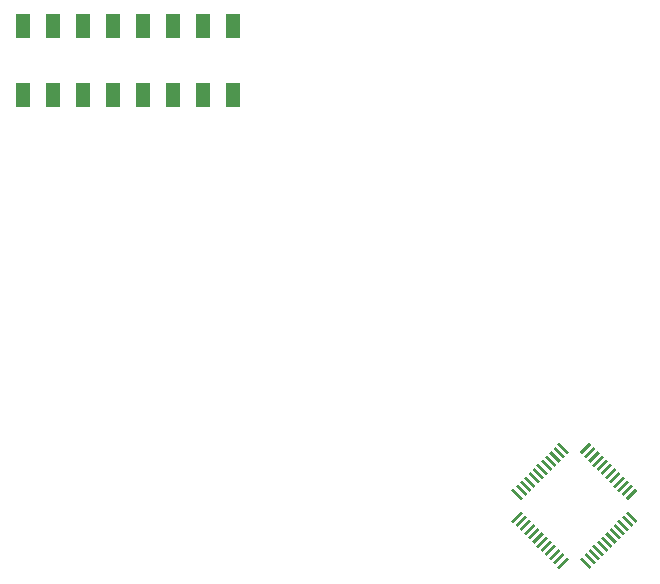
<source format=gtp>
G04 EAGLE Gerber X2 export*
%TF.Part,Single*%
%TF.FileFunction,Other,Top Paste*%
%TF.FilePolarity,Positive*%
%TF.GenerationSoftware,Autodesk,EAGLE,8.7.0*%
%TF.CreationDate,2018-03-10T10:37:46Z*%
G75*
%MOMM*%
%FSLAX34Y34*%
%LPD*%
%AMOC8*
5,1,8,0,0,1.08239X$1,22.5*%
G01*
%ADD10R,1.270000X2.032000*%
%ADD11R,1.150000X0.250000*%


D10*
X650748Y909832D03*
X650748Y968252D03*
X625348Y968252D03*
X625348Y909832D03*
X599948Y968252D03*
X599948Y909832D03*
X574548Y968252D03*
X574548Y909832D03*
X549148Y968252D03*
X549148Y909832D03*
X523748Y968252D03*
X523748Y909832D03*
X498348Y968252D03*
X498348Y909832D03*
X472948Y968252D03*
X472948Y909832D03*
D11*
G36*
X945966Y518367D02*
X954096Y510237D01*
X952328Y508469D01*
X944198Y516599D01*
X945966Y518367D01*
G37*
G36*
X949501Y521902D02*
X957631Y513772D01*
X955863Y512004D01*
X947733Y520134D01*
X949501Y521902D01*
G37*
G36*
X953037Y525438D02*
X961167Y517308D01*
X959399Y515540D01*
X951269Y523670D01*
X953037Y525438D01*
G37*
G36*
X956572Y528974D02*
X964702Y520844D01*
X962934Y519076D01*
X954804Y527206D01*
X956572Y528974D01*
G37*
G36*
X960108Y532509D02*
X968238Y524379D01*
X966470Y522611D01*
X958340Y530741D01*
X960108Y532509D01*
G37*
G36*
X963644Y536045D02*
X971774Y527915D01*
X970006Y526147D01*
X961876Y534277D01*
X963644Y536045D01*
G37*
G36*
X967179Y539580D02*
X975309Y531450D01*
X973541Y529682D01*
X965411Y537812D01*
X967179Y539580D01*
G37*
G36*
X970715Y543116D02*
X978845Y534986D01*
X977077Y533218D01*
X968947Y541348D01*
X970715Y543116D01*
G37*
G36*
X974250Y546651D02*
X982380Y538521D01*
X980612Y536753D01*
X972482Y544883D01*
X974250Y546651D01*
G37*
G36*
X977786Y550187D02*
X985916Y542057D01*
X984148Y540289D01*
X976018Y548419D01*
X977786Y550187D01*
G37*
G36*
X981321Y553722D02*
X989451Y545592D01*
X987683Y543824D01*
X979553Y551954D01*
X981321Y553722D01*
G37*
G36*
X984857Y557258D02*
X992987Y549128D01*
X991219Y547360D01*
X983089Y555490D01*
X984857Y557258D01*
G37*
G36*
X983089Y568220D02*
X991219Y576350D01*
X992987Y574582D01*
X984857Y566452D01*
X983089Y568220D01*
G37*
G36*
X979553Y571755D02*
X987683Y579885D01*
X989451Y578117D01*
X981321Y569987D01*
X979553Y571755D01*
G37*
G36*
X976018Y575291D02*
X984148Y583421D01*
X985916Y581653D01*
X977786Y573523D01*
X976018Y575291D01*
G37*
G36*
X972482Y578826D02*
X980612Y586956D01*
X982380Y585188D01*
X974250Y577058D01*
X972482Y578826D01*
G37*
G36*
X968947Y582362D02*
X977077Y590492D01*
X978845Y588724D01*
X970715Y580594D01*
X968947Y582362D01*
G37*
G36*
X965411Y585897D02*
X973541Y594027D01*
X975309Y592259D01*
X967179Y584129D01*
X965411Y585897D01*
G37*
G36*
X961876Y589433D02*
X970006Y597563D01*
X971774Y595795D01*
X963644Y587665D01*
X961876Y589433D01*
G37*
G36*
X958340Y592968D02*
X966470Y601098D01*
X968238Y599330D01*
X960108Y591200D01*
X958340Y592968D01*
G37*
G36*
X954804Y596504D02*
X962934Y604634D01*
X964702Y602866D01*
X956572Y594736D01*
X954804Y596504D01*
G37*
G36*
X951269Y600039D02*
X959399Y608169D01*
X961167Y606401D01*
X953037Y598271D01*
X951269Y600039D01*
G37*
G36*
X947733Y603575D02*
X955863Y611705D01*
X957631Y609937D01*
X949501Y601807D01*
X947733Y603575D01*
G37*
G36*
X944198Y607111D02*
X952328Y615241D01*
X954096Y613473D01*
X945966Y605343D01*
X944198Y607111D01*
G37*
G36*
X933236Y605343D02*
X925106Y613473D01*
X926874Y615241D01*
X935004Y607111D01*
X933236Y605343D01*
G37*
G36*
X929700Y601807D02*
X921570Y609937D01*
X923338Y611705D01*
X931468Y603575D01*
X929700Y601807D01*
G37*
G36*
X926165Y598271D02*
X918035Y606401D01*
X919803Y608169D01*
X927933Y600039D01*
X926165Y598271D01*
G37*
G36*
X922629Y594736D02*
X914499Y602866D01*
X916267Y604634D01*
X924397Y596504D01*
X922629Y594736D01*
G37*
G36*
X919094Y591200D02*
X910964Y599330D01*
X912732Y601098D01*
X920862Y592968D01*
X919094Y591200D01*
G37*
G36*
X915558Y587665D02*
X907428Y595795D01*
X909196Y597563D01*
X917326Y589433D01*
X915558Y587665D01*
G37*
G36*
X912023Y584129D02*
X903893Y592259D01*
X905661Y594027D01*
X913791Y585897D01*
X912023Y584129D01*
G37*
G36*
X908487Y580594D02*
X900357Y588724D01*
X902125Y590492D01*
X910255Y582362D01*
X908487Y580594D01*
G37*
G36*
X904952Y577058D02*
X896822Y585188D01*
X898590Y586956D01*
X906720Y578826D01*
X904952Y577058D01*
G37*
G36*
X901416Y573523D02*
X893286Y581653D01*
X895054Y583421D01*
X903184Y575291D01*
X901416Y573523D01*
G37*
G36*
X897881Y569987D02*
X889751Y578117D01*
X891519Y579885D01*
X899649Y571755D01*
X897881Y569987D01*
G37*
G36*
X894345Y566452D02*
X886215Y574582D01*
X887983Y576350D01*
X896113Y568220D01*
X894345Y566452D01*
G37*
G36*
X896113Y555490D02*
X887983Y547360D01*
X886215Y549128D01*
X894345Y557258D01*
X896113Y555490D01*
G37*
G36*
X899649Y551954D02*
X891519Y543824D01*
X889751Y545592D01*
X897881Y553722D01*
X899649Y551954D01*
G37*
G36*
X903184Y548419D02*
X895054Y540289D01*
X893286Y542057D01*
X901416Y550187D01*
X903184Y548419D01*
G37*
G36*
X906720Y544883D02*
X898590Y536753D01*
X896822Y538521D01*
X904952Y546651D01*
X906720Y544883D01*
G37*
G36*
X910255Y541348D02*
X902125Y533218D01*
X900357Y534986D01*
X908487Y543116D01*
X910255Y541348D01*
G37*
G36*
X913791Y537812D02*
X905661Y529682D01*
X903893Y531450D01*
X912023Y539580D01*
X913791Y537812D01*
G37*
G36*
X917326Y534277D02*
X909196Y526147D01*
X907428Y527915D01*
X915558Y536045D01*
X917326Y534277D01*
G37*
G36*
X920862Y530741D02*
X912732Y522611D01*
X910964Y524379D01*
X919094Y532509D01*
X920862Y530741D01*
G37*
G36*
X924397Y527206D02*
X916267Y519076D01*
X914499Y520844D01*
X922629Y528974D01*
X924397Y527206D01*
G37*
G36*
X927933Y523670D02*
X919803Y515540D01*
X918035Y517308D01*
X926165Y525438D01*
X927933Y523670D01*
G37*
G36*
X931468Y520134D02*
X923338Y512004D01*
X921570Y513772D01*
X929700Y521902D01*
X931468Y520134D01*
G37*
G36*
X935004Y516599D02*
X926874Y508469D01*
X925106Y510237D01*
X933236Y518367D01*
X935004Y516599D01*
G37*
M02*

</source>
